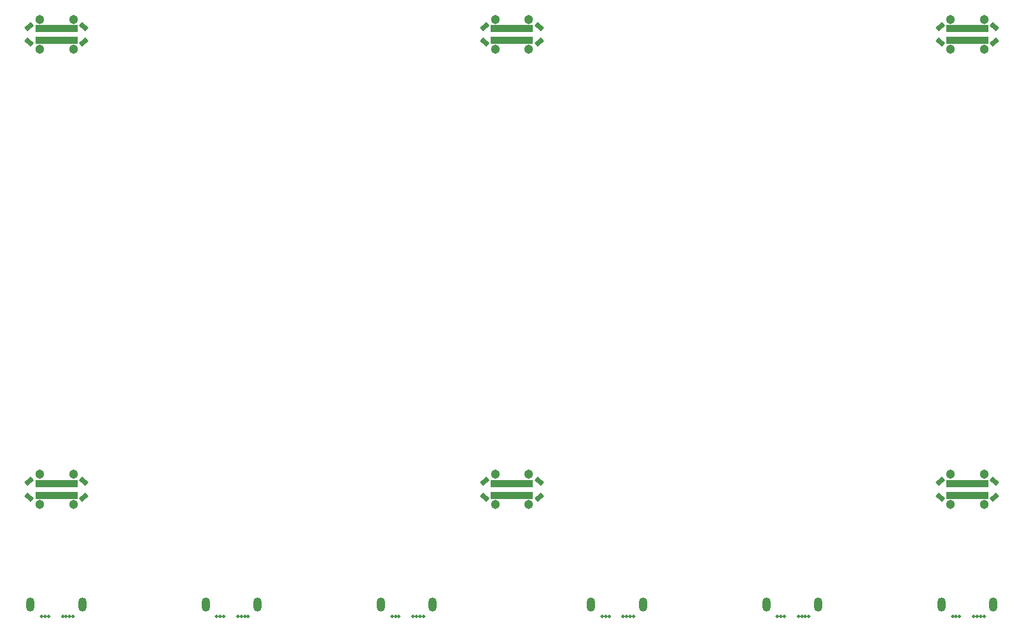
<source format=gbr>
%TF.GenerationSoftware,Altium Limited,Altium Designer,22.5.1 (42)*%
G04 Layer_Color=8388736*
%FSLAX26Y26*%
%MOIN*%
%TF.SameCoordinates,0DA79311-8CAD-460E-879A-7D23F4F2BAF0*%
%TF.FilePolarity,Negative*%
%TF.FileFunction,Soldermask,Top*%
%TF.Part,Single*%
G01*
G75*
%TA.AperFunction,ComponentPad*%
%ADD25C,0.051307*%
%ADD26O,0.047370X0.078866*%
%TA.AperFunction,ViaPad*%
%ADD27C,0.019811*%
%TA.AperFunction,SMDPad,CuDef*%
G04:AMPARAMS|DCode=31|XSize=27.685mil|YSize=48.551mil|CornerRadius=0mil|HoleSize=0mil|Usage=FLASHONLY|Rotation=50.000|XOffset=0mil|YOffset=0mil|HoleType=Round|Shape=Rectangle|*
%AMROTATEDRECTD31*
4,1,4,0.009698,-0.026208,-0.027494,0.005000,-0.009698,0.026208,0.027494,-0.005000,0.009698,-0.026208,0.0*
%
%ADD31ROTATEDRECTD31*%

G04:AMPARAMS|DCode=32|XSize=27.685mil|YSize=48.551mil|CornerRadius=0mil|HoleSize=0mil|Usage=FLASHONLY|Rotation=310.000|XOffset=0mil|YOffset=0mil|HoleType=Round|Shape=Rectangle|*
%AMROTATEDRECTD32*
4,1,4,-0.027494,-0.005000,0.009698,0.026208,0.027494,0.005000,-0.009698,-0.026208,-0.027494,-0.005000,0.0*
%
%ADD32ROTATEDRECTD32*%

%ADD33R,0.019811X0.041465*%
D25*
X1480315Y4218504D02*
D03*
X1669291D02*
D03*
Y4049213D02*
D03*
X1480315D02*
D03*
X4039370D02*
D03*
X4228346D02*
D03*
Y4218504D02*
D03*
X4039370D02*
D03*
X1480315Y6608268D02*
D03*
X1669291D02*
D03*
Y6777559D02*
D03*
X1480315D02*
D03*
X4039370Y6608268D02*
D03*
X4228346D02*
D03*
Y6777559D02*
D03*
X4039370D02*
D03*
X6598425Y6608268D02*
D03*
X6787402D02*
D03*
Y6777559D02*
D03*
X6598425D02*
D03*
Y4049213D02*
D03*
X6787402D02*
D03*
Y4218504D02*
D03*
X6598425D02*
D03*
D26*
X1429134Y3488189D02*
D03*
X1720472D02*
D03*
X2413386D02*
D03*
X2704724D02*
D03*
X3397638D02*
D03*
X3688976D02*
D03*
X6547244D02*
D03*
X6838583D02*
D03*
X4578740D02*
D03*
X4870079D02*
D03*
X5562992D02*
D03*
X5854331D02*
D03*
D27*
X1564961Y4101181D02*
D03*
X1584646D02*
D03*
X4124016D02*
D03*
X4143701D02*
D03*
X6683071D02*
D03*
X6702756D02*
D03*
X6683071Y6660236D02*
D03*
X6702756D02*
D03*
X4124016D02*
D03*
X4143701D02*
D03*
X1584646D02*
D03*
X1564961D02*
D03*
X1525591Y4166535D02*
D03*
X1624016D02*
D03*
X4084646D02*
D03*
X4183071D02*
D03*
X6643701D02*
D03*
X6742126D02*
D03*
X6643701Y6725591D02*
D03*
X6742126D02*
D03*
X4084646D02*
D03*
X4183071D02*
D03*
X1624016D02*
D03*
X1525591D02*
D03*
X6747047Y3421260D02*
D03*
X6648622D02*
D03*
X4778543D02*
D03*
X4680118D02*
D03*
X3597441D02*
D03*
X3499016D02*
D03*
X1628937D02*
D03*
X1530512D02*
D03*
X5762795D02*
D03*
X5664370D02*
D03*
X2514764D02*
D03*
X2613189D02*
D03*
X6663386Y6725591D02*
D03*
X4104331D02*
D03*
X1545275Y4166535D02*
D03*
X4104331D02*
D03*
X6663386D02*
D03*
X1545275Y6725591D02*
D03*
X5743110Y3421260D02*
D03*
X4758858D02*
D03*
X3577756D02*
D03*
X2593504D02*
D03*
X5802165D02*
D03*
X5782480D02*
D03*
X5644685D02*
D03*
X5625000D02*
D03*
X4817913D02*
D03*
X4798228D02*
D03*
X4660433D02*
D03*
X4640748D02*
D03*
X3636811D02*
D03*
X3617126D02*
D03*
X3479331D02*
D03*
X3459646D02*
D03*
X2652559D02*
D03*
X2632874D02*
D03*
X2495079D02*
D03*
X2475394D02*
D03*
X4222441Y6725591D02*
D03*
X4202756D02*
D03*
X4143701D02*
D03*
X4124016D02*
D03*
X4064961D02*
D03*
X4045276D02*
D03*
Y4166535D02*
D03*
X4064961D02*
D03*
X4202756D02*
D03*
X4222441D02*
D03*
X4124016D02*
D03*
X4143701D02*
D03*
X6604331D02*
D03*
X6624016D02*
D03*
X6761811D02*
D03*
X6781496D02*
D03*
X6683071D02*
D03*
X6702756D02*
D03*
X6604331Y6725591D02*
D03*
X6624016D02*
D03*
X6761811D02*
D03*
X6781496D02*
D03*
X6683071D02*
D03*
X6702756D02*
D03*
X1584646D02*
D03*
X1564961D02*
D03*
X1663386D02*
D03*
X1643701D02*
D03*
X1505906D02*
D03*
X1486220D02*
D03*
X1609252Y3421260D02*
D03*
X6727362D02*
D03*
X6786417D02*
D03*
X6766732D02*
D03*
X6628937D02*
D03*
X6609252D02*
D03*
X1491142D02*
D03*
X1510827D02*
D03*
X1648622D02*
D03*
X1668307D02*
D03*
X1564961Y4166535D02*
D03*
X1584646D02*
D03*
X1643701D02*
D03*
X1663386D02*
D03*
X1486220D02*
D03*
X1505906D02*
D03*
D31*
X1422047Y4089173D02*
D03*
X1727559Y4178543D02*
D03*
X4286614D02*
D03*
X3981102Y4089173D02*
D03*
X1727559Y6737598D02*
D03*
X1422047Y6648228D02*
D03*
X4286614Y6737598D02*
D03*
X3981102Y6648228D02*
D03*
X6845669Y6737598D02*
D03*
X6540158Y6648228D02*
D03*
X6845669Y4178543D02*
D03*
X6540158Y4089173D02*
D03*
D32*
X1422047Y4178543D02*
D03*
X1727559Y4089173D02*
D03*
X4286614D02*
D03*
X3981102Y4178543D02*
D03*
X1727559Y6648228D02*
D03*
X1422047Y6737598D02*
D03*
X4286614Y6648228D02*
D03*
X3981102Y6737598D02*
D03*
X6845669Y6648228D02*
D03*
X6540158Y6737598D02*
D03*
X6845669Y4089173D02*
D03*
X6540158Y4178543D02*
D03*
D33*
X1466535Y4101181D02*
D03*
X1486220D02*
D03*
X1505906D02*
D03*
X1525591D02*
D03*
X1545275D02*
D03*
X1564961D02*
D03*
X1584646D02*
D03*
X1604331D02*
D03*
X1624016D02*
D03*
X1643701D02*
D03*
X1663386D02*
D03*
X1683071D02*
D03*
Y4166535D02*
D03*
X1663386D02*
D03*
X1643701D02*
D03*
X1624016D02*
D03*
X1604331D02*
D03*
X1584646D02*
D03*
X1564961D02*
D03*
X1545275D02*
D03*
X1525591D02*
D03*
X1505906D02*
D03*
X1486220D02*
D03*
X1466535D02*
D03*
X4025591D02*
D03*
X4045276D02*
D03*
X4064961D02*
D03*
X4084646D02*
D03*
X4104331D02*
D03*
X4124016D02*
D03*
X4143701D02*
D03*
X4163386D02*
D03*
X4183071D02*
D03*
X4202756D02*
D03*
X4222441D02*
D03*
X4242126D02*
D03*
Y4101181D02*
D03*
X4222441D02*
D03*
X4202756D02*
D03*
X4183071D02*
D03*
X4163386D02*
D03*
X4143701D02*
D03*
X4124016D02*
D03*
X4104331D02*
D03*
X4084646D02*
D03*
X4064961D02*
D03*
X4045276D02*
D03*
X4025591D02*
D03*
X1466535Y6725591D02*
D03*
X1486220D02*
D03*
X1505906D02*
D03*
X1525591D02*
D03*
X1545275D02*
D03*
X1564961D02*
D03*
X1584646D02*
D03*
X1604331D02*
D03*
X1624016D02*
D03*
X1643701D02*
D03*
X1663386D02*
D03*
X1683071D02*
D03*
Y6660236D02*
D03*
X1663386D02*
D03*
X1643701D02*
D03*
X1624016D02*
D03*
X1604331D02*
D03*
X1584646D02*
D03*
X1564961D02*
D03*
X1545275D02*
D03*
X1525591D02*
D03*
X1505906D02*
D03*
X1486220D02*
D03*
X1466535D02*
D03*
X4025591Y6725591D02*
D03*
X4045276D02*
D03*
X4064961D02*
D03*
X4084646D02*
D03*
X4104331D02*
D03*
X4124016D02*
D03*
X4143701D02*
D03*
X4163386D02*
D03*
X4183071D02*
D03*
X4202756D02*
D03*
X4222441D02*
D03*
X4242126D02*
D03*
Y6660236D02*
D03*
X4222441D02*
D03*
X4202756D02*
D03*
X4183071D02*
D03*
X4163386D02*
D03*
X4143701D02*
D03*
X4124016D02*
D03*
X4104331D02*
D03*
X4084646D02*
D03*
X4064961D02*
D03*
X4045276D02*
D03*
X4025591D02*
D03*
X6584646Y6725591D02*
D03*
X6604331D02*
D03*
X6624016D02*
D03*
X6643701D02*
D03*
X6663386D02*
D03*
X6683071D02*
D03*
X6702756D02*
D03*
X6722441D02*
D03*
X6742126D02*
D03*
X6761811D02*
D03*
X6781496D02*
D03*
X6801181D02*
D03*
Y6660236D02*
D03*
X6781496D02*
D03*
X6761811D02*
D03*
X6742126D02*
D03*
X6722441D02*
D03*
X6702756D02*
D03*
X6683071D02*
D03*
X6663386D02*
D03*
X6643701D02*
D03*
X6624016D02*
D03*
X6604331D02*
D03*
X6584646D02*
D03*
Y4166535D02*
D03*
X6604331D02*
D03*
X6624016D02*
D03*
X6643701D02*
D03*
X6663386D02*
D03*
X6683071D02*
D03*
X6702756D02*
D03*
X6722441D02*
D03*
X6742126D02*
D03*
X6761811D02*
D03*
X6781496D02*
D03*
X6801181D02*
D03*
Y4101181D02*
D03*
X6781496D02*
D03*
X6761811D02*
D03*
X6742126D02*
D03*
X6722441D02*
D03*
X6702756D02*
D03*
X6683071D02*
D03*
X6663386D02*
D03*
X6643701D02*
D03*
X6624016D02*
D03*
X6604331D02*
D03*
X6584646D02*
D03*
%TF.MD5,8fb3616e2fe96636837803e7342c53c9*%
M02*

</source>
